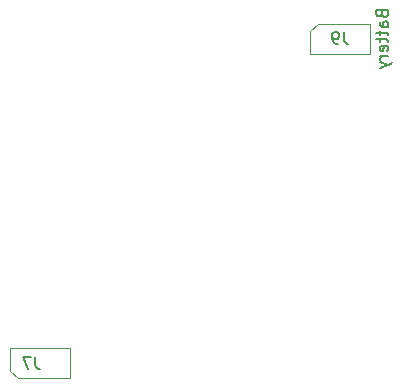
<source format=gbr>
%TF.GenerationSoftware,KiCad,Pcbnew,9.0.0*%
%TF.CreationDate,2025-06-13T13:21:56+01:00*%
%TF.ProjectId,KiCAD_uPicomac3_4,4b694341-445f-4755-9069-636f6d616333,rev?*%
%TF.SameCoordinates,Original*%
%TF.FileFunction,AssemblyDrawing,Bot*%
%FSLAX46Y46*%
G04 Gerber Fmt 4.6, Leading zero omitted, Abs format (unit mm)*
G04 Created by KiCad (PCBNEW 9.0.0) date 2025-06-13 13:21:56*
%MOMM*%
%LPD*%
G01*
G04 APERTURE LIST*
%ADD10C,0.150000*%
%ADD11C,0.100000*%
G04 APERTURE END LIST*
D10*
X135481009Y-49107871D02*
X135528628Y-49250728D01*
X135528628Y-49250728D02*
X135576247Y-49298347D01*
X135576247Y-49298347D02*
X135671485Y-49345966D01*
X135671485Y-49345966D02*
X135814342Y-49345966D01*
X135814342Y-49345966D02*
X135909580Y-49298347D01*
X135909580Y-49298347D02*
X135957200Y-49250728D01*
X135957200Y-49250728D02*
X136004819Y-49155490D01*
X136004819Y-49155490D02*
X136004819Y-48774538D01*
X136004819Y-48774538D02*
X135004819Y-48774538D01*
X135004819Y-48774538D02*
X135004819Y-49107871D01*
X135004819Y-49107871D02*
X135052438Y-49203109D01*
X135052438Y-49203109D02*
X135100057Y-49250728D01*
X135100057Y-49250728D02*
X135195295Y-49298347D01*
X135195295Y-49298347D02*
X135290533Y-49298347D01*
X135290533Y-49298347D02*
X135385771Y-49250728D01*
X135385771Y-49250728D02*
X135433390Y-49203109D01*
X135433390Y-49203109D02*
X135481009Y-49107871D01*
X135481009Y-49107871D02*
X135481009Y-48774538D01*
X136004819Y-50203109D02*
X135481009Y-50203109D01*
X135481009Y-50203109D02*
X135385771Y-50155490D01*
X135385771Y-50155490D02*
X135338152Y-50060252D01*
X135338152Y-50060252D02*
X135338152Y-49869776D01*
X135338152Y-49869776D02*
X135385771Y-49774538D01*
X135957200Y-50203109D02*
X136004819Y-50107871D01*
X136004819Y-50107871D02*
X136004819Y-49869776D01*
X136004819Y-49869776D02*
X135957200Y-49774538D01*
X135957200Y-49774538D02*
X135861961Y-49726919D01*
X135861961Y-49726919D02*
X135766723Y-49726919D01*
X135766723Y-49726919D02*
X135671485Y-49774538D01*
X135671485Y-49774538D02*
X135623866Y-49869776D01*
X135623866Y-49869776D02*
X135623866Y-50107871D01*
X135623866Y-50107871D02*
X135576247Y-50203109D01*
X135338152Y-50536443D02*
X135338152Y-50917395D01*
X135004819Y-50679300D02*
X135861961Y-50679300D01*
X135861961Y-50679300D02*
X135957200Y-50726919D01*
X135957200Y-50726919D02*
X136004819Y-50822157D01*
X136004819Y-50822157D02*
X136004819Y-50917395D01*
X135338152Y-51107872D02*
X135338152Y-51488824D01*
X135004819Y-51250729D02*
X135861961Y-51250729D01*
X135861961Y-51250729D02*
X135957200Y-51298348D01*
X135957200Y-51298348D02*
X136004819Y-51393586D01*
X136004819Y-51393586D02*
X136004819Y-51488824D01*
X135957200Y-52203110D02*
X136004819Y-52107872D01*
X136004819Y-52107872D02*
X136004819Y-51917396D01*
X136004819Y-51917396D02*
X135957200Y-51822158D01*
X135957200Y-51822158D02*
X135861961Y-51774539D01*
X135861961Y-51774539D02*
X135481009Y-51774539D01*
X135481009Y-51774539D02*
X135385771Y-51822158D01*
X135385771Y-51822158D02*
X135338152Y-51917396D01*
X135338152Y-51917396D02*
X135338152Y-52107872D01*
X135338152Y-52107872D02*
X135385771Y-52203110D01*
X135385771Y-52203110D02*
X135481009Y-52250729D01*
X135481009Y-52250729D02*
X135576247Y-52250729D01*
X135576247Y-52250729D02*
X135671485Y-51774539D01*
X136004819Y-52679301D02*
X135338152Y-52679301D01*
X135528628Y-52679301D02*
X135433390Y-52726920D01*
X135433390Y-52726920D02*
X135385771Y-52774539D01*
X135385771Y-52774539D02*
X135338152Y-52869777D01*
X135338152Y-52869777D02*
X135338152Y-52965015D01*
X135338152Y-53203111D02*
X136004819Y-53441206D01*
X135338152Y-53679301D02*
X136004819Y-53441206D01*
X136004819Y-53441206D02*
X136242914Y-53345968D01*
X136242914Y-53345968D02*
X136290533Y-53298349D01*
X136290533Y-53298349D02*
X136338152Y-53203111D01*
X132283333Y-50634120D02*
X132283333Y-51348405D01*
X132283333Y-51348405D02*
X132330952Y-51491262D01*
X132330952Y-51491262D02*
X132426190Y-51586501D01*
X132426190Y-51586501D02*
X132569047Y-51634120D01*
X132569047Y-51634120D02*
X132664285Y-51634120D01*
X131759523Y-51634120D02*
X131569047Y-51634120D01*
X131569047Y-51634120D02*
X131473809Y-51586501D01*
X131473809Y-51586501D02*
X131426190Y-51538881D01*
X131426190Y-51538881D02*
X131330952Y-51396024D01*
X131330952Y-51396024D02*
X131283333Y-51205548D01*
X131283333Y-51205548D02*
X131283333Y-50824596D01*
X131283333Y-50824596D02*
X131330952Y-50729358D01*
X131330952Y-50729358D02*
X131378571Y-50681739D01*
X131378571Y-50681739D02*
X131473809Y-50634120D01*
X131473809Y-50634120D02*
X131664285Y-50634120D01*
X131664285Y-50634120D02*
X131759523Y-50681739D01*
X131759523Y-50681739D02*
X131807142Y-50729358D01*
X131807142Y-50729358D02*
X131854761Y-50824596D01*
X131854761Y-50824596D02*
X131854761Y-51062691D01*
X131854761Y-51062691D02*
X131807142Y-51157929D01*
X131807142Y-51157929D02*
X131759523Y-51205548D01*
X131759523Y-51205548D02*
X131664285Y-51253167D01*
X131664285Y-51253167D02*
X131473809Y-51253167D01*
X131473809Y-51253167D02*
X131378571Y-51205548D01*
X131378571Y-51205548D02*
X131330952Y-51157929D01*
X131330952Y-51157929D02*
X131283333Y-51062691D01*
X106124068Y-78119062D02*
X106124068Y-78833347D01*
X106124068Y-78833347D02*
X106171687Y-78976204D01*
X106171687Y-78976204D02*
X106266925Y-79071443D01*
X106266925Y-79071443D02*
X106409782Y-79119062D01*
X106409782Y-79119062D02*
X106505020Y-79119062D01*
X105743115Y-78119062D02*
X105076449Y-78119062D01*
X105076449Y-78119062D02*
X105505020Y-79119062D01*
D11*
%TO.C,J9*%
X130045000Y-49909301D02*
X129410000Y-50544301D01*
X134490000Y-49909301D02*
X130045000Y-49909301D01*
X129410000Y-50544301D02*
X129410000Y-52449301D01*
X129410000Y-52449301D02*
X134490000Y-52449301D01*
X134490000Y-52449301D02*
X134490000Y-49909301D01*
%TO.C,J7*%
X104020735Y-77394243D02*
X104020735Y-79299243D01*
X104020735Y-79299243D02*
X104655735Y-79934243D01*
X104655735Y-79934243D02*
X109100735Y-79934243D01*
X109100735Y-77394243D02*
X104020735Y-77394243D01*
X109100735Y-79934243D02*
X109100735Y-77394243D01*
%TD*%
M02*

</source>
